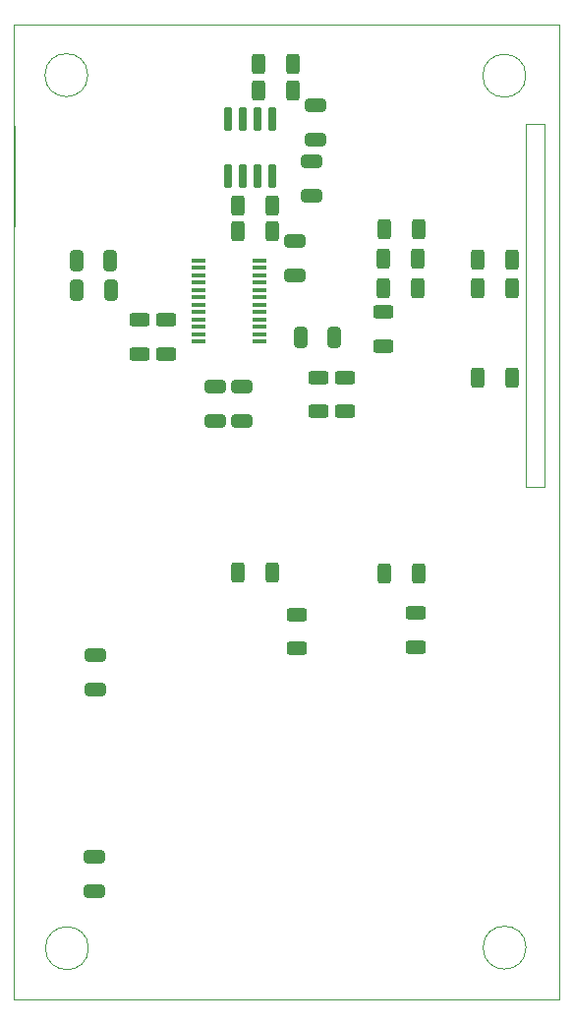
<source format=gbr>
%TF.GenerationSoftware,KiCad,Pcbnew,7.0.1*%
%TF.CreationDate,2023-09-27T13:21:00+00:00*%
%TF.ProjectId,SI4735,53493437-3335-42e6-9b69-6361645f7063,rev?*%
%TF.SameCoordinates,Original*%
%TF.FileFunction,Paste,Bot*%
%TF.FilePolarity,Positive*%
%FSLAX45Y45*%
G04 Gerber Fmt 4.5, Leading zero omitted, Abs format (unit mm)*
G04 Created by KiCad (PCBNEW 7.0.1) date 2023-09-27 13:21:00*
%MOMM*%
%LPD*%
G01*
G04 APERTURE LIST*
G04 Aperture macros list*
%AMRoundRect*
0 Rectangle with rounded corners*
0 $1 Rounding radius*
0 $2 $3 $4 $5 $6 $7 $8 $9 X,Y pos of 4 corners*
0 Add a 4 corners polygon primitive as box body*
4,1,4,$2,$3,$4,$5,$6,$7,$8,$9,$2,$3,0*
0 Add four circle primitives for the rounded corners*
1,1,$1+$1,$2,$3*
1,1,$1+$1,$4,$5*
1,1,$1+$1,$6,$7*
1,1,$1+$1,$8,$9*
0 Add four rect primitives between the rounded corners*
20,1,$1+$1,$2,$3,$4,$5,0*
20,1,$1+$1,$4,$5,$6,$7,0*
20,1,$1+$1,$6,$7,$8,$9,0*
20,1,$1+$1,$8,$9,$2,$3,0*%
G04 Aperture macros list end*
%ADD10RoundRect,0.250000X0.312500X0.625000X-0.312500X0.625000X-0.312500X-0.625000X0.312500X-0.625000X0*%
%ADD11RoundRect,0.250000X0.650000X-0.325000X0.650000X0.325000X-0.650000X0.325000X-0.650000X-0.325000X0*%
%ADD12RoundRect,0.250000X0.625000X-0.312500X0.625000X0.312500X-0.625000X0.312500X-0.625000X-0.312500X0*%
%ADD13RoundRect,0.250000X-0.625000X0.312500X-0.625000X-0.312500X0.625000X-0.312500X0.625000X0.312500X0*%
%ADD14RoundRect,0.250000X-0.650000X0.325000X-0.650000X-0.325000X0.650000X-0.325000X0.650000X0.325000X0*%
%ADD15RoundRect,0.250000X-0.325000X-0.650000X0.325000X-0.650000X0.325000X0.650000X-0.325000X0.650000X0*%
%ADD16RoundRect,0.250000X-0.312500X-0.625000X0.312500X-0.625000X0.312500X0.625000X-0.312500X0.625000X0*%
%ADD17R,1.200000X0.400000*%
%ADD18RoundRect,0.250000X0.325000X0.650000X-0.325000X0.650000X-0.325000X-0.650000X0.325000X-0.650000X0*%
%ADD19RoundRect,0.042000X0.258000X-0.943000X0.258000X0.943000X-0.258000X0.943000X-0.258000X-0.943000X0*%
%TA.AperFunction,Profile*%
%ADD20C,0.050000*%
%TD*%
%TA.AperFunction,Profile*%
%ADD21C,0.100000*%
%TD*%
G04 APERTURE END LIST*
D10*
%TO.C,R13*%
X16785520Y-10967160D03*
X16493020Y-10967160D03*
%TD*%
D11*
%TO.C,C2*%
X13192000Y-15390000D03*
X13192000Y-15095000D03*
%TD*%
D10*
%TO.C,R6*%
X14721250Y-9485000D03*
X14428750Y-9485000D03*
%TD*%
D11*
%TO.C,C6*%
X14920000Y-10087500D03*
X14920000Y-9792500D03*
%TD*%
D12*
%TO.C,R19*%
X15348750Y-11258510D03*
X15348750Y-10966010D03*
%TD*%
D13*
%TO.C,R4*%
X15681960Y-10406380D03*
X15681960Y-10698880D03*
%TD*%
D14*
%TO.C,C9*%
X15064000Y-9109000D03*
X15064000Y-9404000D03*
%TD*%
D13*
%TO.C,R17*%
X13810000Y-10470000D03*
X13810000Y-10762500D03*
%TD*%
D15*
%TO.C,C10*%
X13032500Y-9960000D03*
X13327500Y-9960000D03*
%TD*%
D10*
%TO.C,R11*%
X16785520Y-10199660D03*
X16493020Y-10199660D03*
%TD*%
D12*
%TO.C,R21*%
X15116250Y-11258510D03*
X15116250Y-10966010D03*
%TD*%
D16*
%TO.C,R1*%
X15690000Y-9695000D03*
X15982500Y-9695000D03*
%TD*%
D12*
%TO.C,R20*%
X14935250Y-13300000D03*
X14935250Y-13007500D03*
%TD*%
D14*
%TO.C,C24*%
X14232500Y-11045000D03*
X14232500Y-11340000D03*
%TD*%
D15*
%TO.C,C13*%
X13035000Y-10220000D03*
X13330000Y-10220000D03*
%TD*%
D10*
%TO.C,R3*%
X15974460Y-10203180D03*
X15681960Y-10203180D03*
%TD*%
%TO.C,R22*%
X14720000Y-12645000D03*
X14427500Y-12645000D03*
%TD*%
%TO.C,R5*%
X14720000Y-9710000D03*
X14427500Y-9710000D03*
%TD*%
%TO.C,R10*%
X14898750Y-8497500D03*
X14606250Y-8497500D03*
%TD*%
D17*
%TO.C,U6*%
X14087500Y-10658500D03*
X14087500Y-10595000D03*
X14087500Y-10531500D03*
X14087500Y-10468000D03*
X14087500Y-10404500D03*
X14087500Y-10341000D03*
X14087500Y-10277500D03*
X14087500Y-10214000D03*
X14087500Y-10150500D03*
X14087500Y-10087000D03*
X14087500Y-10023500D03*
X14087500Y-9960000D03*
X14607500Y-9960000D03*
X14607500Y-10023500D03*
X14607500Y-10087000D03*
X14607500Y-10150500D03*
X14607500Y-10214000D03*
X14607500Y-10277500D03*
X14607500Y-10341000D03*
X14607500Y-10404500D03*
X14607500Y-10468000D03*
X14607500Y-10531500D03*
X14607500Y-10595000D03*
X14607500Y-10658500D03*
%TD*%
D10*
%TO.C,R2*%
X15974060Y-9949180D03*
X15681560Y-9949180D03*
%TD*%
%TO.C,R9*%
X14897500Y-8270000D03*
X14605000Y-8270000D03*
%TD*%
%TO.C,R12*%
X16785520Y-9949660D03*
X16493020Y-9949660D03*
%TD*%
D18*
%TO.C,C15*%
X15257500Y-10625000D03*
X14962500Y-10625000D03*
%TD*%
D14*
%TO.C,C23*%
X14462500Y-11045000D03*
X14462500Y-11340000D03*
%TD*%
%TO.C,C3*%
X13200000Y-13360000D03*
X13200000Y-13655000D03*
%TD*%
D12*
%TO.C,R16*%
X15957500Y-13290000D03*
X15957500Y-12997500D03*
%TD*%
D13*
%TO.C,R7*%
X13577500Y-10472500D03*
X13577500Y-10765000D03*
%TD*%
D16*
%TO.C,R18*%
X15687500Y-12657260D03*
X15980000Y-12657260D03*
%TD*%
D19*
%TO.C,U3*%
X14721750Y-9236500D03*
X14594750Y-9236500D03*
X14467750Y-9236500D03*
X14340750Y-9236500D03*
X14340750Y-8742500D03*
X14467750Y-8742500D03*
X14594750Y-8742500D03*
X14721750Y-8742500D03*
%TD*%
D11*
%TO.C,C4*%
X15095000Y-8920000D03*
X15095000Y-8625000D03*
%TD*%
D20*
X16904814Y-8370000D02*
G75*
G03*
X16904814Y-8370000I-184814J0D01*
G01*
X13132314Y-8365000D02*
G75*
G03*
X13132314Y-8365000I-184814J0D01*
G01*
X13137500Y-15880000D02*
G75*
G03*
X13137500Y-15880000I-184814J0D01*
G01*
X16905000Y-8787500D02*
X17070000Y-8787500D01*
X17070000Y-11907500D01*
X16905000Y-11907500D01*
X16905000Y-8787500D01*
X16907314Y-15875000D02*
G75*
G03*
X16907314Y-15875000I-184814J0D01*
G01*
X12496500Y-7931500D02*
X17192500Y-7931500D01*
X17192500Y-16320000D01*
X12496500Y-16320000D01*
X12496500Y-7931500D01*
D21*
%TO.C,J3*%
X12499000Y-8804000D02*
X12499000Y-9664000D01*
%TO.C,J5*%
X12498500Y-10481000D02*
X12498500Y-11341000D01*
%TD*%
M02*

</source>
